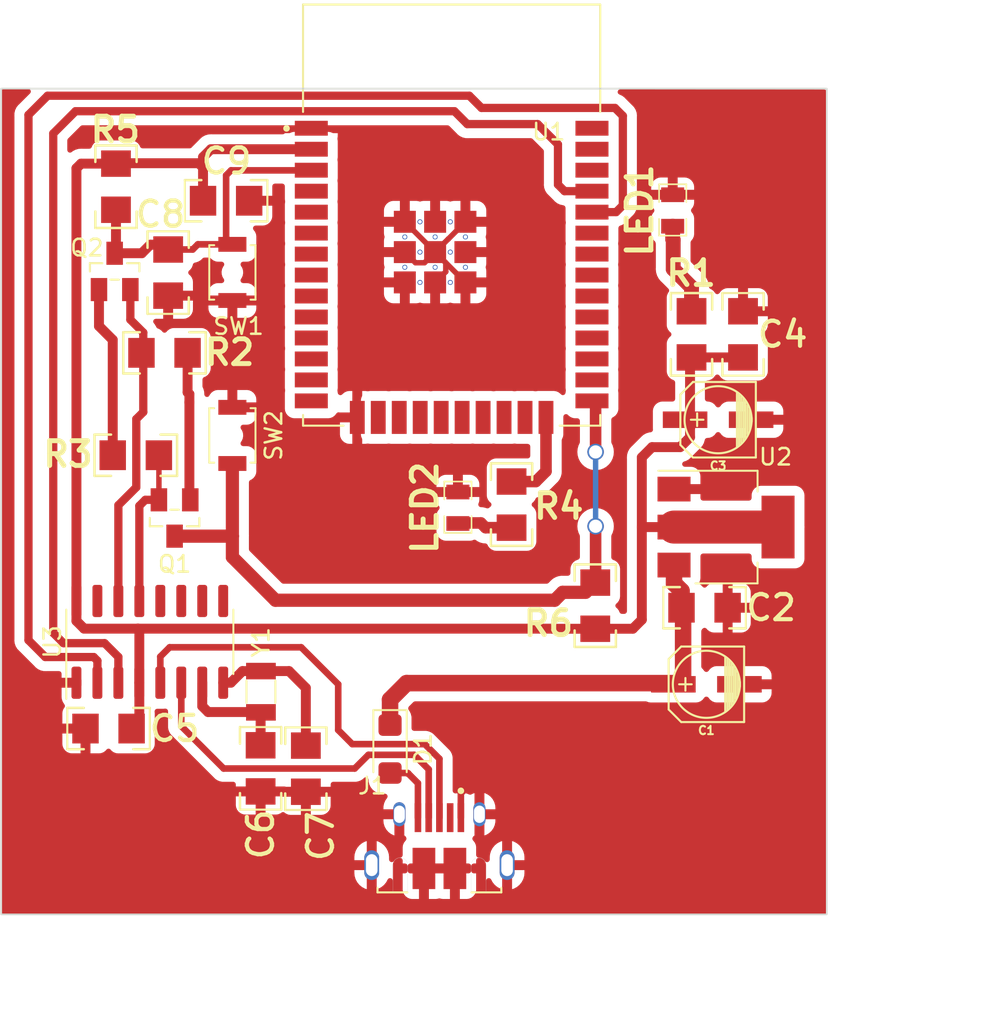
<source format=kicad_pcb>
(kicad_pcb (version 20221018) (generator pcbnew)
  (layers (0 "F.Cu" signal) (31 "B.Cu" signal) (34 "B.Paste" user) (35 "F.Paste" user) (36 "B.SilkS" user "B.Silkscreen") (37 "F.SilkS" user "F.Silkscreen") (38 "B.Mask" user) (39 "F.Mask" user) (44 "Edge.Cuts" user))
  (net 0 "")
  (net 1 "+5V")
  (net 2 "GND")
  (net 3 "+3V3")
  (net 4 "/EN")
  (net 5 "Net-(U3-XI)")
  (net 6 "Net-(U3-XO)")
  (net 7 "Net-(D1-A)")
  (net 8 "/D-")
  (net 9 "/D+")
  (net 11 "Net-(LED1-A)")
  (net 12 "Net-(LED2-A)")
  (net 13 "/RTS")
  (net 14 "Net-(Q1-PadB)")
  (net 15 "/DTR")
  (net 16 "Net-(Q2-PadB)")
  (net 17 "/IO2")
  (net 18 "/IO0")
  (net 44 "/RXD0")
  (net 45 "/TXD0")
  (footprint "Package_SO:SOIC-16_3.9x9.9mm_P1.27mm" (layer "F.Cu") (at 129 113.5 90)
    (fp_text reference "U3" (at 0 -5.9 90) (layer "F.SilkS"))
    (fp_text value "CH340G")
    (pad "1" smd roundrect (at -2.475 -4.445 90) (size 1.95 0.6) (layers "F.Cu" "F.Paste" "F.Mask") (net 2 "GND"))
    (pad "2" smd roundrect (at -2.475 -3.175 90) (size 1.95 0.6) (layers "F.Cu" "F.Paste" "F.Mask") (net 44 "/RXD0"))
    (pad "3" smd roundrect (at -2.475 -1.905 90) (size 1.95 0.6) (layers "F.Cu" "F.Paste" "F.Mask") (net 45 "/TXD0"))
    (pad "4" smd roundrect (at -2.475 -0.635 90) (size 1.95 0.6) (layers "F.Cu" "F.Paste" "F.Mask") (net 3 "+3V3"))
    (pad "5" smd roundrect (at -2.475 0.635 90) (size 1.95 0.6) (layers "F.Cu" "F.Paste" "F.Mask") (net 9 "/D+"))
    (pad "6" smd roundrect (at -2.475 1.905 90) (size 1.95 0.6) (layers "F.Cu" "F.Paste" "F.Mask") (net 8 "/D-"))
    (pad "7" smd roundrect (at -2.475 3.175 90) (size 1.95 0.6) (layers "F.Cu" "F.Paste" "F.Mask") (net 5 "Net-(U3-XI)"))
    (pad "8" smd roundrect (at -2.475 4.445 90) (size 1.95 0.6) (layers "F.Cu" "F.Paste" "F.Mask") (net 6 "Net-(U3-XO)"))
    (pad "9" smd roundrect (at 2.475 4.445 90) (size 1.95 0.6) (layers "F.Cu" "F.Paste" "F.Mask"))
    (pad "10" smd roundrect (at 2.475 3.175 90) (size 1.95 0.6) (layers "F.Cu" "F.Paste" "F.Mask"))
    (pad "11" smd roundrect (at 2.475 1.905 90) (size 1.95 0.6) (layers "F.Cu" "F.Paste" "F.Mask"))
    (pad "12" smd roundrect (at 2.475 0.635 90) (size 1.95 0.6) (layers "F.Cu" "F.Paste" "F.Mask"))
    (pad "13" smd roundrect (at 2.475 -0.635 90) (size 1.95 0.6) (layers "F.Cu" "F.Paste" "F.Mask") (net 15 "/DTR"))
    (pad "14" smd roundrect (at 2.475 -1.905 90) (size 1.95 0.6) (layers "F.Cu" "F.Paste" "F.Mask") (net 13 "/RTS"))
    (pad "15" smd roundrect (at 2.475 -3.175 90) (size 1.95 0.6) (layers "F.Cu" "F.Paste" "F.Mask"))
    (pad "16" smd roundrect (at 2.475 -4.445 90) (size 1.95 0.6) (layers "F.Cu" "F.Paste" "F.Mask") (net 3 "+3V3"))
  )
  (footprint "EESTN5:R_1206" (layer "F.Cu") (at 150.91 105.19 90)
    (fp_text reference "R4" (at -0.1 2.86 180) (layer "F.SilkS") (effects (font (size 1.5 1.5) (thickness 0.3))))
    (fp_text value "220" hide)
    (pad "1" smd rect (at 1.397 0 90) (size 1.6002 1.8034) (layers "F.Cu" "F.Paste" "F.Mask") (net 17 "/IO2"))
    (pad "2" smd rect (at -1.397 0 90) (size 1.6002 1.8034) (layers "F.Cu" "F.Paste" "F.Mask") (net 12 "Net-(LED2-A)"))
  )
  (footprint "Package_TO_SOT_SMD:SOT-223-3_TabPin2" (layer "F.Cu") (at 163.9 106.55)
    (fp_text reference "U2" (at 3 -4.24752) (layer "F.SilkS"))
    (fp_text value "AMS1117-3.3")
    (pad "1" smd rect (at -3.15 -2.3) (size 2 1.5) (layers "F.Cu" "F.Paste" "F.Mask") (net 2 "GND"))
    (pad "2" smd rect (at -3.15 0) (size 2 1.5) (layers "F.Cu" "F.Paste" "F.Mask") (net 3 "+3V3"))
    (pad "2" smd rect (at 3.15 0) (size 2 3.8) (layers "F.Cu" "F.Paste" "F.Mask") (net 3 "+3V3"))
    (pad "3" smd rect (at -3.15 2.3) (size 2 1.5) (layers "F.Cu" "F.Paste" "F.Mask") (net 1 "+5V"))
  )
  (footprint "EESTN5:C_1206" (layer "F.Cu") (at 130.11 91.14 90)
    (fp_text reference "C8" (at 3.53 -0.46 180) (layer "F.SilkS") (effects (font (size 1.524 1.524) (thickness 0.254))))
    (fp_text value "100nF" hide)
    (pad "1" smd rect (at 1.397 0 90) (size 1.6002 1.8034) (layers "F.Cu" "F.Paste" "F.Mask") (net 4 "/EN"))
    (pad "2" smd rect (at -1.397 0 90) (size 1.6002 1.8034) (layers "F.Cu" "F.Paste" "F.Mask") (net 2 "GND"))
  )
  (footprint "EESTN5:C_1206" (layer "F.Cu") (at 164.93 94.88 -90)
    (fp_text reference "C4" (at 0 -2.4) (layer "F.SilkS") (effects (font (size 1.524 1.524) (thickness 0.254))))
    (fp_text value "100nF" hide)
    (pad "1" smd rect (at 1.397 0 270) (size 1.6002 1.8034) (layers "F.Cu" "F.Paste" "F.Mask") (net 3 "+3V3"))
    (pad "2" smd rect (at -1.397 0 270) (size 1.6002 1.8034) (layers "F.Cu" "F.Paste" "F.Mask") (net 2 "GND"))
  )
  (footprint "SS8050:SOT-23_BEC" (layer "F.Cu") (at 130.5 106 180)
    (fp_text reference "Q1" (at 0 -2.794) (layer "F.SilkS"))
    (fp_text value "S8050")
    (pad "B" smd rect (at -0.95 1.1 180) (size 1 1.4) (layers "F.Cu" "F.Paste" "F.Mask") (net 14 "Net-(Q1-PadB)"))
    (pad "C" smd rect (at 0 -1.1 180) (size 1 1.4) (layers "F.Cu" "F.Paste" "F.Mask") (net 18 "/IO0"))
    (pad "E" smd rect (at 0.95 1.1 180) (size 1 1.4) (layers "F.Cu" "F.Paste" "F.Mask") (net 15 "/DTR"))
  )
  (footprint "Button_Switch_SMD:SW_SPST_B3U-1000P-B" (layer "F.Cu") (at 134 101 -90)
    (fp_text reference "SW2" (at 0 -2.5 90) (layer "F.SilkS"))
    (fp_text value "BOOT")
    (pad "" np_thru_hole circle (at 0 0 270) (size 0.8 0.8) (drill 0.8) (layers "*.Cu" "*.Mask"))
    (pad "1" smd rect (at -1.7 0 270) (size 0.9 1.7) (layers "F.Cu" "F.Paste" "F.Mask") (net 2 "GND"))
    (pad "2" smd rect (at 1.7 0 270) (size 0.9 1.7) (layers "F.Cu" "F.Paste" "F.Mask") (net 18 "/IO0"))
  )
  (footprint "EESTN5:R_1206" (layer "F.Cu") (at 126.95 85.94 -90)
    (fp_text reference "R5" (at -3.45 0.04) (layer "F.SilkS") (effects (font (size 1.5 1.5) (thickness 0.3))))
    (fp_text value "10K" hide)
    (pad "1" smd rect (at 1.397 0 270) (size 1.6002 1.8034) (layers "F.Cu" "F.Paste" "F.Mask") (net 4 "/EN"))
    (pad "2" smd rect (at -1.397 0 270) (size 1.6002 1.8034) (layers "F.Cu" "F.Paste" "F.Mask") (net 3 "+3V3"))
  )
  (footprint "EESTN5:C_1206" (layer "F.Cu") (at 135.71 121.16 90)
    (fp_text reference "C6" (at -4 0 90) (layer "F.SilkS") (effects (font (size 1.524 1.524) (thickness 0.254))))
    (fp_text value "22pF" hide)
    (pad "1" smd rect (at 1.397 0 90) (size 1.6002 1.8034) (layers "F.Cu" "F.Paste" "F.Mask") (net 5 "Net-(U3-XI)"))
    (pad "2" smd rect (at -1.397 0 90) (size 1.6002 1.8034) (layers "F.Cu" "F.Paste" "F.Mask") (net 2 "GND"))
  )
  (footprint "EESTN5:R_0805" (layer "F.Cu") (at 160.67 87.38 90)
    (fp_text reference "LED1" (at 0 -2 90) (layer "F.SilkS") (effects (font (size 1.5 1.5) (thickness 0.3))))
    (fp_text value "2V" hide)
    (pad "1" smd rect (at -0.9525 0 90) (size 0.889 1.397) (layers "F.Cu" "F.Paste" "F.Mask") (net 11 "Net-(LED1-A)"))
    (pad "2" smd rect (at 0.9525 0 90) (size 0.889 1.397) (layers "F.Cu" "F.Paste" "F.Mask") (net 2 "GND"))
  )
  (footprint "EESTN5:R_1206" (layer "F.Cu") (at 129.89 96 180)
    (fp_text reference "R2" (at -3.94 0.03) (layer "F.SilkS") (effects (font (size 1.5 1.5) (thickness 0.3))))
    (fp_text value "10K" hide)
    (pad "1" smd rect (at 1.397 0 180) (size 1.6002 1.8034) (layers "F.Cu" "F.Paste" "F.Mask") (net 13 "/RTS"))
    (pad "2" smd rect (at -1.397 0 180) (size 1.6002 1.8034) (layers "F.Cu" "F.Paste" "F.Mask") (net 14 "Net-(Q1-PadB)"))
  )
  (footprint "EESTN5:C_1206" (layer "F.Cu") (at 126.5 118.75)
    (fp_text reference "C5" (at 4 0) (layer "F.SilkS") (effects (font (size 1.524 1.524) (thickness 0.254))))
    (fp_text value "100nF" hide)
    (pad "1" smd rect (at 1.397 0) (size 1.6002 1.8034) (layers "F.Cu" "F.Paste" "F.Mask") (net 3 "+3V3"))
    (pad "2" smd rect (at -1.397 0) (size 1.6002 1.8034) (layers "F.Cu" "F.Paste" "F.Mask") (net 2 "GND"))
  )
  (footprint "EESTN5:R_1206" (layer "F.Cu") (at 155.98 111.31 90)
    (fp_text reference "R6" (at -1.07 -2.84 180) (layer "F.SilkS") (effects (font (size 1.5 1.5) (thickness 0.3))))
    (fp_text value "10K" hide)
    (pad "1" smd rect (at 1.397 0 90) (size 1.6002 1.8034) (layers "F.Cu" "F.Paste" "F.Mask") (net 18 "/IO0"))
    (pad "2" smd rect (at -1.397 0 90) (size 1.6002 1.8034) (layers "F.Cu" "F.Paste" "F.Mask") (net 3 "+3V3"))
  )
  (footprint "Diode_SMD:D_SMF" (layer "F.Cu") (at 143.55 119.9925 -90)
    (fp_text reference "D1" (at 0 -2 -270) (layer "F.SilkS"))
    (fp_text value "5V")
    (pad "1" smd roundrect (at -1.45 0 270) (size 1.3 1.4) (layers "F.Cu" "F.Paste" "F.Mask") (roundrect_rratio 0.1923076923) (net 1 "+5V"))
    (pad "2" smd roundrect (at 1.45 0 270) (size 1.3 1.4) (layers "F.Cu" "F.Paste" "F.Mask") (roundrect_rratio 0.1923076923) (net 7 "Net-(D1-A)"))
  )
  (footprint "EESTN5:R_0805" (layer "F.Cu") (at 147.66 105.38 90)
    (fp_text reference "LED2" (at 0 -2 90) (layer "F.SilkS") (effects (font (size 1.5 1.5) (thickness 0.3))))
    (fp_text value "2V" hide)
    (pad "1" smd rect (at -0.9525 0 90) (size 0.889 1.397) (layers "F.Cu" "F.Paste" "F.Mask") (net 12 "Net-(LED2-A)"))
    (pad "2" smd rect (at 0.9525 0 90) (size 0.889 1.397) (layers "F.Cu" "F.Paste" "F.Mask") (net 2 "GND"))
  )
  (footprint "Crystal:Crystal_SMD_3215-2Pin_3.2x1.5mm" (layer "F.Cu") (at 135.73 116.52 -90)
    (fp_text reference "Y1" (at -3 0 90) (layer "F.SilkS"))
    (fp_text value "12Mhz")
    (pad "1" smd rect (at 1.25 0 270) (size 1 1.8) (layers "F.Cu" "F.Paste" "F.Mask") (net 5 "Net-(U3-XI)"))
    (pad "2" smd rect (at -1.25 0 270) (size 1 1.8) (layers "F.Cu" "F.Paste" "F.Mask") (net 6 "Net-(U3-XO)"))
  )
  (footprint "EESTN5:CAP_ELEC_SMD_4X5.5" (layer "F.Cu") (at 163.42 100.05 180)
    (fp_text reference "C3" (at 0 -2.794) (layer "F.SilkS") (effects (font (size 0.50038 0.50038) (thickness 0.11938))))
    (fp_text value "10uF" hide)
    (pad "1" smd rect (at 2 0 180) (size 2.7 1) (layers "F.Cu" "F.Paste" "F.Mask") (net 3 "+3V3"))
    (pad "2" smd rect (at -2 0 180) (size 2.7 1) (layers "F.Cu" "F.Paste" "F.Mask") (net 2 "GND"))
  )
  (footprint "EESTN5:CAP_ELEC_SMD_4X5.5" (layer "F.Cu") (at 162.71 116.07 180)
    (fp_text reference "C1" (at 0 -2.794) (layer "F.SilkS") (effects (font (size 0.50038 0.50038) (thickness 0.11938))))
    (fp_text value "10uF" hide)
    (pad "1" smd rect (at 2 0 180) (size 2.7 1) (layers "F.Cu" "F.Paste" "F.Mask") (net 1 "+5V"))
    (pad "2" smd rect (at -2 0 180) (size 2.7 1) (layers "F.Cu" "F.Paste" "F.Mask") (net 2 "GND"))
  )
  (footprint "EESTN5:R_1206" (layer "F.Cu") (at 128.15 102.2)
    (fp_text reference "R3" (at -4.11 -0.06) (layer "F.SilkS") (effects (font (size 1.5 1.5) (thickness 0.3))))
    (fp_text value "10K" hide)
    (pad "1" smd rect (at 1.397 0) (size 1.6002 1.8034) (layers "F.Cu" "F.Paste" "F.Mask") (net 15 "/DTR"))
    (pad "2" smd rect (at -1.397 0) (size 1.6002 1.8034) (layers "F.Cu" "F.Paste" "F.Mask") (net 16 "Net-(Q2-PadB)"))
  )
  (footprint "MICROUSB FOOT:AMPHENOL_10103592-0001LF" (layer "F.Cu") (at 146.54 127.02)
    (fp_text reference "J1" (at -4.0625 -4.8) (layer "F.SilkS"))
    (fp_text value "Micro USB")
    (fp_line (start -2.825 1.65) (end -2.825 0) (stroke (width 0.01)) (layer "Edge.Cuts"))
    (fp_line (start -1.925 0) (end -1.925 1.65) (stroke (width 0.01)) (layer "Edge.Cuts"))
    (fp_line (start 1.925 0) (end 1.925 1.65) (stroke (width 0.01)) (layer "Edge.Cuts"))
    (fp_line (start 2.825 1.65) (end 2.825 0) (stroke (width 0.01)) (layer "Edge.Cuts"))
    (fp_arc (start -2.825 0) (mid -2.693198 -0.318198) (end -2.375 -0.45) (stroke (width 0.01)) (layer "Edge.Cuts"))
    (fp_arc (start -2.375 -0.45) (mid -2.056802 -0.318198) (end -1.925 0) (stroke (width 0.01)) (layer "Edge.Cuts"))
    (fp_arc (start 1.925 0) (mid 2.056802 -0.318198) (end 2.375 -0.45) (stroke (width 0.01)) (layer "Edge.Cuts"))
    (fp_arc (start 2.375 -0.45) (mid 2.693198 -0.318198) (end 2.825 0) (stroke (width 0.01)) (layer "Edge.Cuts"))
    (pad "1" smd rect (at -1.3 -2.875) (size 0.4 1.75) (layers "F.Cu" "F.Paste" "F.Mask") (net 7 "Net-(D1-A)"))
    (pad "2" smd rect (at -0.65 -2.875) (size 0.4 1.75) (layers "F.Cu" "F.Paste" "F.Mask") (net 8 "/D-"))
    (pad "3" smd rect (at 0 -2.875) (size 0.4 1.75) (layers "F.Cu" "F.Paste" "F.Mask") (net 9 "/D+"))
    (pad "4" smd rect (at 0.65 -2.875) (size 0.4 1.75) (layers "F.Cu" "F.Paste" "F.Mask"))
    (pad "5" smd rect (at 1.3 -2.875) (size 0.4 1.75) (layers "F.Cu" "F.Paste" "F.Mask") (net 2 "GND"))
    (pad "S1" thru_hole oval (at -4.1 0) (size 0.9 1.8) (drill oval 0.7 1.326023) (layers "*.Cu" "*.Mask") (net 2 "GND"))
    (pad "S3" thru_hole oval (at 4.1 0) (size 0.9 1.8) (drill oval 0.7 1.326023) (layers "*.Cu" "*.Mask") (net 2 "GND"))
    (pad "S4" thru_hole oval (at 2.425 -3.08) (size 0.73 1.46) (drill oval 0.65 1.05) (layers "*.Cu" "*.Mask") (net 2 "GND"))
    (pad "S5" thru_hole oval (at -2.425 -3.08) (size 0.73 1.46) (drill oval 0.65 1.05) (layers "*.Cu" "*.Mask") (net 2 "GND"))
    (pad "S5" smd rect (at -0.9375 0.2) (size 1.375 2.5) (layers "F.Cu" "F.Paste" "F.Mask") (net 2 "GND"))
    (pad "S6" smd rect (at 0.9375 0.2) (size 1.375 2.5) (layers "F.Cu" "F.Paste" "F.Mask") (net 2 "GND"))
  )
  (footprint "EESTN5:C_1206" (layer "F.Cu") (at 138.45 121.18 90)
    (fp_text reference "C7" (at -4.08 0.89 90) (layer "F.SilkS") (effects (font (size 1.524 1.524) (thickness 0.254))))
    (fp_text value "22pF" hide)
    (pad "1" smd rect (at 1.397 0 90) (size 1.6002 1.8034) (layers "F.Cu" "F.Paste" "F.Mask") (net 6 "Net-(U3-XO)"))
    (pad "2" smd rect (at -1.397 0 90) (size 1.6002 1.8034) (layers "F.Cu" "F.Paste" "F.Mask") (net 2 "GND"))
  )
  (footprint "EESTN5:C_1206" (layer "F.Cu") (at 162.6 111.434 180)
    (fp_text reference "C2" (at -4.03 0 180) (layer "F.SilkS") (effects (font (size 1.524 1.524) (thickness 0.254))))
    (fp_text value "100nF" hide)
    (pad "1" smd rect (at 1.397 0 180) (size 1.6002 1.8034) (layers "F.Cu" "F.Paste" "F.Mask") (net 1 "+5V"))
    (pad "2" smd rect (at -1.397 0 180) (size 1.6002 1.8034) (layers "F.Cu" "F.Paste" "F.Mask") (net 2 "GND"))
  )
  (footprint "EESTN5:C_1206" (layer "F.Cu") (at 133.62 86.79)
    (fp_text reference "C9" (at 0.02 -2.4) (layer "F.SilkS") (effects (font (size 1.524 1.524) (thickness 0.254))))
    (fp_text value "100nF" hide)
    (pad "1" smd rect (at 1.397 0) (size 1.6002 1.8034) (layers "F.Cu" "F.Paste" "F.Mask") (net 2 "GND"))
    (pad "2" smd rect (at -1.397 0) (size 1.6002 1.8034) (layers "F.Cu" "F.Paste" "F.Mask") (net 3 "+3V3"))
  )
  (footprint "Button_Switch_SMD:SW_SPST_B3U-1000P-B" (layer "F.Cu") (at 134 91.13 90)
    (fp_text reference "SW1" (at -3.26 0.37 180) (layer "F.SilkS"))
    (fp_text value "EN")
    (pad "" np_thru_hole circle (at 0 0 90) (size 0.8 0.8) (drill 0.8) (layers "*.Cu" "*.Mask"))
    (pad "1" smd rect (at -1.7 0 90) (size 0.9 1.7) (layers "F.Cu" "F.Paste" "F.Mask") (net 2 "GND"))
    (pad "2" smd rect (at 1.7 0 90) (size 0.9 1.7) (layers "F.Cu" "F.Paste" "F.Mask") (net 4 "/EN"))
  )
  (footprint "SS8050:SOT-23_BEC" (layer "F.Cu") (at 126.87 91.07)
    (fp_text reference "Q2" (at -1.68 -1.43) (layer "F.SilkS"))
    (fp_text value "S8050")
    (pad "B" smd rect (at -0.95 1.1) (size 1 1.4) (layers "F.Cu" "F.Paste" "F.Mask") (net 16 "Net-(Q2-PadB)"))
    (pad "C" smd rect (at 0 -1.1) (size 1 1.4) (layers "F.Cu" "F.Paste" "F.Mask") (net 4 "/EN"))
    (pad "E" smd rect (at 0.95 1.1) (size 1 1.4) (layers "F.Cu" "F.Paste" "F.Mask") (net 13 "/RTS"))
  )
  (footprint "EESTN5:R_1206" (layer "F.Cu") (at 161.81 94.88 -90)
    (fp_text reference "R1" (at -3.7 0.03) (layer "F.SilkS") (effects (font (size 1.5 1.5) (thickness 0.3))))
    (fp_text value "220" hide)
    (pad "1" smd rect (at 1.397 0 270) (size 1.6002 1.8034) (layers "F.Cu" "F.Paste" "F.Mask") (net 3 "+3V3"))
    (pad "2" smd rect (at -1.397 0 270) (size 1.6002 1.8034) (layers "F.Cu" "F.Paste" "F.Mask") (net 11 "Net-(LED1-A)"))
  )
  (footprint "ESP32-WROOM-32D:MODULE_ESP32-WROOM-32D" (layer "F.Cu") (at 147.28 87.66)
    (fp_text reference "U1" (at 5.88 -5.04) (layer "F.SilkS"))
    (fp_text value "ESP32-WROOM-32E")
    (pad "1" smd rect (at -8.5 -5.26) (size 2 0.9) (layers "F.Cu" "F.Paste" "F.Mask") (net 2 "GND"))
    (pad "1" smd rect (at -2.835 0.405) (size 1.33 1.33) (layers "F.Cu" "F.Paste" "F.Mask") (net 2 "GND"))
    (pad "1" smd rect (at -2.835 2.24) (size 1.33 1.33) (layers "F.Cu" "F.Paste" "F.Mask") (net 2 "GND"))
    (pad "1" smd rect (at -2.835 4.075) (size 1.33 1.33) (layers "F.Cu" "F.Paste" "F.Mask") (net 2 "GND"))
    (pad "1" smd rect (at -1 0.405) (size 1.33 1.33) (layers "F.Cu" "F.Paste" "F.Mask") (net 2 "GND"))
    (pad "1" smd rect (at -1 2.24) (size 1.33 1.33) (layers "F.Cu" "F.Paste" "F.Mask") (net 2 "GND"))
    (pad "1" smd rect (at -1 4.075) (size 1.33 1.33) (layers "F.Cu" "F.Paste" "F.Mask") (net 2 "GND"))
    (pad "1" smd rect (at 0.835 0.405) (size 1.33 1.33) (layers "F.Cu" "F.Paste" "F.Mask") (net 2 "GND"))
    (pad "1" smd rect (at 0.835 2.24) (size 1.33 1.33) (layers "F.Cu" "F.Paste" "F.Mask") (net 2 "GND"))
    (pad "1" smd rect (at 0.835 4.075) (size 1.33 1.33) (layers "F.Cu" "F.Paste" "F.Mask") (net 2 "GND"))
    (pad "2" smd rect (at -8.5 -3.99) (size 2 0.9) (layers "F.Cu" "F.Paste" "F.Mask") (net 3 "+3V3"))
    (pad "3" smd rect (at -8.5 -2.72) (size 2 0.9) (layers "F.Cu" "F.Paste" "F.Mask") (net 4 "/EN"))
    (pad "4" smd rect (at -8.5 -1.45) (size 2 0.9) (layers "F.Cu" "F.Paste" "F.Mask"))
    (pad "5" smd rect (at -8.5 -0.18) (size 2 0.9) (layers "F.Cu" "F.Paste" "F.Mask"))
    (pad "6" smd rect (at -8.5 1.09) (size 2 0.9) (layers "F.Cu" "F.Paste" "F.Mask"))
    (pad "7" smd rect (at -8.5 2.36) (size 2 0.9) (layers "F.Cu" "F.Paste" "F.Mask"))
    (pad "8" smd rect (at -8.5 3.63) (size 2 0.9) (layers "F.Cu" "F.Paste" "F.Mask"))
    (pad "9" smd rect (at -8.5 4.9) (size 2 0.9) (layers "F.Cu" "F.Paste" "F.Mask"))
    (pad "10" smd rect (at -8.5 6.17) (size 2 0.9) (layers "F.Cu" "F.Paste" "F.Mask"))
    (pad "11" smd rect (at -8.5 7.44) (size 2 0.9) (layers "F.Cu" "F.Paste" "F.Mask"))
    (pad "12" smd rect (at -8.5 8.71) (size 2 0.9) (layers "F.Cu" "F.Paste" "F.Mask"))
    (pad "13" smd rect (at -8.5 9.98) (size 2 0.9) (layers "F.Cu" "F.Paste" "F.Mask"))
    (pad "14" smd rect (at -8.5 11.25) (size 2 0.9) (layers "F.Cu" "F.Paste" "F.Mask"))
    (pad "15" smd rect (at -5.715 12.25) (size 0.9 2) (layers "F.Cu" "F.Paste" "F.Mask") (net 2 "GND"))
    (pad "16" smd rect (at -4.445 12.25) (size 0.9 2) (layers "F.Cu" "F.Paste" "F.Mask"))
    (pad "17" smd rect (at -3.175 12.25) (size 0.9 2) (layers "F.Cu" "F.Paste" "F.Mask"))
    (pad "18" smd rect (at -1.905 12.25) (size 0.9 2) (layers "F.Cu" "F.Paste" "F.Mask"))
    (pad "19" smd rect (at -0.635 12.25) (size 0.9 2) (layers "F.Cu" "F.Paste" "F.Mask"))
    (pad "20" smd rect (at 0.635 12.25) (size 0.9 2) (layers "F.Cu" "F.Paste" "F.Mask"))
    (pad "21" smd rect (at 1.905 12.25) (size 0.9 2) (layers "F.Cu" "F.Paste" "F.Mask"))
    (pad "22" smd rect (at 3.175 12.25) (size 0.9 2) (layers "F.Cu" "F.Paste" "F.Mask"))
    (pad "23" smd rect (at 4.445 12.25) (size 0.9 2) (layers "F.Cu" "F.Paste" "F.Mask"))
    (pad "24" smd rect (at 5.715 12.25) (size 0.9 2) (layers "F.Cu" "F.Paste" "F.Mask") (net 17 "/IO2"))
    (pad "25" smd rect (at 8.5 11.25) (size 2 0.9) (layers "F.Cu" "F.Paste" "F.Mask") (net 18 "/IO0"))
    (pad "26" smd rect (at 8.5 9.98) (size 2 0.9) (layers "F.Cu" "F.Paste" "F.Mask"))
    (pad "27" smd rect (at 8.5 8.71) (size 2 0.9) (layers "F.Cu" "F.Paste" "F.Mask"))
    (pad "28" smd rect (at 8.5 7.44) (size 2 0.9) (layers "F.Cu" "F.Paste" "F.Mask"))
    (pad "29" smd rect (at 8.5 6.17) (size 2 0.9) (layers "F.Cu" "F.Paste" "F.Mask"))
    (pad "30" smd rect (at 8.5 4.9) (size 2 0.9) (layers "F.Cu" "F.Paste" "F.Mask"))
    (pad "31" smd rect (at 8.5 3.63) (size 2 0.9) (layers "F.Cu" "F.Paste" "F.Mask"))
    (pad "32" smd rect (at 8.5 2.36) (size 2 0.9) (layers "F.Cu" "F.Paste" "F.Mask"))
    (pad "33" smd rect (at 8.5 1.09) (size 2 0.9) (layers "F.Cu" "F.Paste" "F.Mask"))
    (pad "34" smd rect (at 8.5 -0.18) (size 2 0.9) (layers "F.Cu" "F.Paste" "F.Mask") (net 44 "/RXD0"))
    (pad "35" smd rect (at 8.5 -1.45) (size 2 0.9) (layers "F.Cu" "F.Paste" "F.Mask") (net 45 "/TXD0"))
    (pad "36" smd rect (at 8.5 -2.72) (size 2 0.9) (layers "F.Cu" "F.Paste" "F.Mask"))
    (pad "37" smd rect (at 8.5 -3.99) (size 2 0.9) (layers "F.Cu" "F.Paste" "F.Mask"))
    (pad "38" smd rect (at 8.5 -5.26) (size 2 0.9) (layers "F.Cu" "F.Paste" "F.Mask"))
    (pad "39_10" thru_hole circle (at -1.9175 0.405) (size 0.3 0.3) (drill 0.2) (layers "*.Cu" "*.Mask"))
    (pad "39_11" thru_hole circle (at -0.0825 0.405) (size 0.3 0.3) (drill 0.2) (layers "*.Cu" "*.Mask"))
    (pad "39_12" thru_hole circle (at -2.835 1.3225) (size 0.3 0.3) (drill 0.2) (layers "*.Cu" "*.Mask"))
    (pad "39_13" thru_hole circle (at -1 1.3225) (size 0.3 0.3) (drill 0.2) (layers "*.Cu" "*.Mask"))
    (pad "39_14" thru_hole circle (at 0.835 1.3225) (size 0.3 0.3) (drill 0.2) (layers "*.Cu" "*.Mask"))
    (pad "39_15" thru_hole circle (at -1.9175 2.24) (size 0.3 0.3) (drill 0.2) (layers "*.Cu" "*.Mask"))
    (pad "39_16" thru_hole circle (at -0.0825 2.24) (size 0.3 0.3) (drill 0.2) (layers "*.Cu" "*.Mask"))
    (pad "39_17" thru_hole circle (at -2.835 3.1575) (size 0.3 0.3) (drill 0.2) (layers "*.Cu" "*.Mask"))
    (pad "39_18" thru_hole circle (at -1 3.1575) (size 0.3 0.3) (drill 0.2) (layers "*.Cu" "*.Mask"))
    (pad "39_19" thru_hole circle (at 0.835 3.1575) (size 0.3 0.3) (drill 0.2) (layers "*.Cu" "*.Mask"))
    (pad "39_20" thru_hole circle (at -1.9175 4.075) (size 0.3 0.3) (drill 0.2) (layers "*.Cu" "*.Mask"))
    (pad "39_21" thru_hole circle (at -0.0825 4.075) (size 0.3 0.3) (drill 0.2) (layers "*.Cu" "*.Mask"))
  )
  (gr_rect (start 120 80) (end 170 130) (stroke (width 0.1)) (fill none) (layer "Edge.Cuts"))
  (segment (start 143.55 117) (end 143.55 118.5425) (width 1) (layer "F.Cu") (net 1))
  (segment (start 161.203 111.434) (end 161.3 111.531) (width 1) (layer "F.Cu") (net 1))
  (segment (start 160.75 109.96) (end 160.75 108.85) (width 1) (layer "F.Cu") (net 1))
  (segment (start 161.203 110.413) (end 160.75 109.96) (width 1) (layer "F.Cu") (net 1))
  (segment (start 161.134 116) (end 144.55 116) (width 1) (layer "F.Cu") (net 1))
  (segment (start 161.3 115.834) (end 161.134 116) (width 1) (layer "F.Cu") (net 1))
  (segment (start 161.3 111.531) (end 161.3 115.834) (width 1) (layer "F.Cu") (net 1))
  (segment (start 161.203 111.434) (end 161.203 110.413) (width 1) (layer "F.Cu") (net 1))
  (segment (start 144.55 116) (end 143.55 117) (width 1) (layer "F.Cu") (net 1))
  (segment (start 148.115 88.070332) (end 148.115 88.065) (width 0.33) (layer "F.Cu") (net 2))
  (segment (start 146.925 91.09) (end 146.28 91.735) (width 0.33) (layer "F.Cu") (net 2))
  (segment (start 146.925 90.545) (end 146.925 91.09) (width 0.33) (layer "F.Cu") (net 2))
  (segment (start 146.28 89.9) (end 144.445 88.065) (width 0.33) (layer "F.Cu") (net 2))
  (segment (start 147.075332 89.11) (end 148.115 88.070332) (width 0.33) (layer "F.Cu") (net 2))
  (segment (start 147.07 89.11) (end 147.075332 89.11) (width 0.33) (layer "F.Cu") (net 2))
  (segment (start 145.635 90.545) (end 145.09 90.545) (width 0.33) (layer "F.Cu") (net 2))
  (segment (start 146.28 89.9) (end 146.925 90.545) (width 0.33) (layer "F.Cu") (net 2))
  (segment (start 146.28 89.9) (end 145.635 90.545) (width 0.33) (layer "F.Cu") (net 2))
  (segment (start 145.09 90.545) (end 144.445 89.9) (width 0.33) (layer "F.Cu") (net 2))
  (segment (start 148 126.96395) (end 148.03605 126.96395) (width 0.25) (layer "F.Cu") (net 2))
  (segment (start 146.28 89.9) (end 147.07 89.11) (width 0.33) (layer "F.Cu") (net 2))
  (segment (start 147.88895 127.075) (end 148 126.96395) (width 0.25) (layer "F.Cu") (net 2))
  (segment (start 146.28 89.9) (end 148.115 91.735) (width 0.33) (layer "F.Cu") (net 2))
  (segment (start 147.84 122.67) (end 148.29 122.22) (width 0.4) (layer "F.Cu") (net 2))
  (segment (start 147.4375 127.075) (end 147.88895 127.075) (width 0.25) (layer "F.Cu") (net 2))
  (segment (start 147.84 124.145) (end 147.84 122.67) (width 0.4) (layer "F.Cu") (net 2))
  (segment (start 126.95 84.543) (end 126.973 84.52) (width 0.6) (layer "F.Cu") (net 3))
  (segment (start 132.223 86.79) (end 132.223 84.777) (width 0.6) (layer "F.Cu") (net 3))
  (segment (start 158.8 112.16) (end 158.8 106.55) (width 0.6) (layer "F.Cu") (net 3))
  (segment (start 155.98 112.707) (end 158.253 112.707) (width 0.6) (layer "F.Cu") (net 3))
  (segment (start 126.95 84.543) (end 124.837 84.543) (width 0.6) (layer "F.Cu") (net 3))
  (segment (start 161.72 100.52) (end 161.74 100.5) (width 0.6) (layer "F.Cu") (net 3))
  (segment (start 124.555 111.025) (end 124.555 112.235) (width 0.6) (layer "F.Cu") (net 3))
  (segment (start 124.837 84.543) (end 124.555 84.825) (width 0.6) (layer "F.Cu") (net 3))
  (segment (start 124.555 84.825) (end 124.555 111.025) (width 0.6) (layer "F.Cu") (net 3))
  (segment (start 127.897 118.75) (end 128.365 118.282) (width 0.6) (layer "F.Cu") (net 3))
  (segment (start 132.7 83.67) (end 138.78 83.67) (width 0.6) (layer "F.Cu") (net 3))
  (segment (start 125.02 112.7) (end 128.28 112.7) (width 0.6) (layer "F.Cu") (net 3))
  (segment (start 126.973 84.52) (end 131.966 84.52) (width 0.6) (layer "F.Cu") (net 3))
  (segment (start 161.12 101.71) (end 161.72 101.11) (width 0.6) (layer "F.Cu") (net 3))
  (segment (start 158.253 112.707) (end 158.8 112.16) (width 0.6) (layer "F.Cu") (net 3))
  (segment (start 128.28 112.7) (end 153.36 112.7) (width 0.6) (layer "F.Cu") (net 3))
  (segment (start 128.365 118.282) (end 128.365 115.975) (width 0.6) (layer "F.Cu") (net 3))
  (segment (start 128.365 112.785) (end 128.365 115.975) (width 0.6) (layer "F.Cu") (net 3))
  (segment (start 164.93 96.277) (end 161.81 96.277) (width 0.6) (layer "F.Cu") (net 3))
  (segment (start 132.223 84.777) (end 132.223 84.147) (width 0.6) (layer "F.Cu") (net 3))
  (segment (start 128.28 112.7) (end 128.365 112.785) (width 0.6) (layer "F.Cu") (net 3))
  (segment (start 159.42 101.71) (end 161.12 101.71) (width 0.6) (layer "F.Cu") (net 3))
  (segment (start 153.36 112.7) (end 153.367 112.707) (width 0.6) (layer "F.Cu") (net 3))
  (segment (start 131.966 84.52) (end 132.223 84.777) (width 0.6) (layer "F.Cu") (net 3))
  (segment (start 132.223 84.147) (end 132.7 83.67) (width 0.6) (layer "F.Cu") (net 3))
  (segment (start 161.72 96.367) (end 161.81 96.277) (width 0.6) (layer "F.Cu") (net 3))
  (segment (start 153.367 112.707) (end 155.98 112.707) (width 0.6) (layer "F.Cu") (net 3))
  (segment (start 158.8 106.55) (end 158.8 102.33) (width 0.6) (layer "F.Cu") (net 3))
  (segment (start 160.75 106.55) (end 160.71848 106.58152) (width 0.6) (layer "F.Cu") (net 3))
  (segment (start 167.05 106.55) (end 160.75 106.55) (width 2) (layer "F.Cu") (net 3))
  (segment (start 158.8 102.33) (end 159.42 101.71) (width 0.6) (layer "F.Cu") (net 3))
  (segment (start 161.72 100.52) (end 161.72 96.367) (width 0.6) (layer "F.Cu") (net 3))
  (segment (start 158.8 106.55) (end 160.75 106.55) (width 0.6) (layer "F.Cu") (net 3))
  (segment (start 124.555 112.235) (end 125.02 112.7) (width 0.6) (layer "F.Cu") (net 3))
  (segment (start 161.72 101.11) (end 161.72 100.52) (width 0.6) (layer "F.Cu") (net 3))
  (segment (start 133.92 84.95) (end 133.62 85.25) (width 0.4) (layer "F.Cu") (net 4))
  (segment (start 138.77 84.95) (end 133.92 84.95) (width 0.4) (layer "F.Cu") (net 4))
  (segment (start 131.91 89.43) (end 131.597 89.743) (width 0.4) (layer "F.Cu") (net 4))
  (segment (start 131.597 89.743) (end 130.11 89.743) (width 0.4) (layer "F.Cu") (net 4))
  (segment (start 129.817 89.45) (end 129.03 89.45) (width 0.6) (layer "F.Cu") (net 4))
  (segment (start 138.78 84.94) (end 138.77 84.95) (width 0.4) (layer "F.Cu") (net 4))
  (segment (start 134 89.43) (end 131.91 89.43) (width 0.4) (layer "F.Cu") (net 4))
  (segment (start 128.51 89.97) (end 126.87 89.97) (width 0.6) (layer "F.Cu") (net 4))
  (segment (start 126.95 89.89) (end 126.87 89.97) (width 0.4) (layer "F.Cu") (net 4))
  (segment (start 129.03 89.45) (end 128.51 89.97) (width 0.6) (layer "F.Cu") (net 4))
  (segment (start 126.95 87.337) (end 126.95 89.89) (width 0.6) (layer "F.Cu") (net 4))
  (segment (start 133.62 89.05) (end 134 89.43) (width 0.4) (layer "F.Cu") (net 4))
  (segment (start 133.62 85.25) (end 133.62 89.05) (width 0.4) (layer "F.Cu") (net 4))
  (segment (start 130.11 89.743) (end 129.817 89.45) (width 0.6) (layer "F.Cu") (net 4))
  (segment (start 135.71 117.79) (end 135.73 117.77) (width 0.6) (layer "F.Cu") (net 5))
  (segment (start 135.71 117.75) (end 132.53 117.75) (width 0.6) (layer "F.Cu") (net 5))
  (segment (start 135.73 117.77) (end 135.71 117.75) (width 0.6) (layer "F.Cu") (net 5))
  (segment (start 132.53 117.75) (end 132.175 117.395) (width 0.6) (layer "F.Cu") (net 5))
  (segment (start 132.175 117.395) (end 132.175 115.975) (width 0.6) (layer "F.Cu") (net 5))
  (segment (start 135.71 119.763) (end 135.71 117.79) (width 0.6) (layer "F.Cu") (net 5))
  (segment (start 135.73 115.27) (end 137.43 115.27) (width 0.6) (layer "F.Cu") (net 6))
  (segment (start 137.43 115.27) (end 138.45 116.29) (width 0.6) (layer "F.Cu") (net 6))
  (segment (start 134.61 115.27) (end 135.73 115.27) (width 0.6) (layer "F.Cu") (net 6))
  (segment (start 133.445 115.975) (end 133.905 115.975) (width 0.6) (layer "F.Cu") (net 6))
  (segment (start 138.45 116.29) (end 138.45 119.783) (width 0.6) (layer "F.Cu") (net 6))
  (segment (start 133.905 115.975) (end 134.61 115.27) (width 0.6) (layer "F.Cu") (net 6))
  (segment (start 144.66 121.48) (end 144.63 121.48) (width 0.4) (layer "F.Cu") (net 7))
  (segment (start 145.24 122.06) (end 144.66 121.48) (width 0.4) (layer "F.Cu") (net 7))
  (segment (start 145.24 124.145) (end 145.24 122.06) (width 0.4) (layer "F.Cu") (net 7))
  (segment (start 143.55 121.4425) (end 144.6225 121.4425) (width 0.4) (layer "F.Cu") (net 7))
  (segment (start 144.6225 121.4425) (end 144.66 121.48) (width 0.4) (layer "F.Cu") (net 7))
  (segment (start 145.89 121.22) (end 145.0125 120.3425) (width 0.4) (layer "F.Cu") (net 8))
  (segment (start 130.905 115.975) (end 130.9 115.98) (width 0.4) (layer "F.Cu") (net 8))
  (segment (start 141.41 121.17) (end 133.47 121.17) (width 0.4) (layer "F.Cu") (net 8))
  (segment (start 145.89 124.145) (end 145.89 121.22) (width 0.4) (layer "F.Cu") (net 8))
  (segment (start 133.47 121.17) (end 130.905 118.605) (width 0.4) (layer "F.Cu") (net 8))
  (segment (start 145.0125 120.3425) (end 142.2375 120.3425) (width 0.4) (layer "F.Cu") (net 8))
  (segment (start 130.905 118.605) (end 130.905 115.975) (width 0.4) (layer "F.Cu") (net 8))
  (segment (start 142.2375 120.3425) (end 141.41 121.17) (width 0.4) (layer "F.Cu") (net 8))
  (segment (start 130.2 113.83) (end 129.635 114.395) (width 0.4) (layer "F.Cu") (net 9))
  (segment (start 138.17 113.83) (end 130.2 113.83) (width 0.4) (layer "F.Cu") (net 9))
  (segment (start 141.2625 119.6925) (end 140.41 118.84) (width 0.4) (layer "F.Cu") (net 9))
  (segment (start 140.41 116.07) (end 138.17 113.83) (width 0.4) (layer "F.Cu") (net 9))
  (segment (start 146.54 124.145) (end 146.54 120.58) (width 0.4) (layer "F.Cu") (net 9))
  (segment (start 145.6525 119.6925) (end 141.2625 119.6925) (width 0.4) (layer "F.Cu") (net 9))
  (segment (start 146.54 120.58) (end 145.6525 119.6925) (width 0.4) (layer "F.Cu") (net 9))
  (segment (start 129.635 114.395) (end 129.635 115.975) (width 0.4) (layer "F.Cu") (net 9))
  (segment (start 140.41 118.84) (end 140.41 116.07) (width 0.4) (layer "F.Cu") (net 9))
  (segment (start 160.7 89.15752) (end 160.67 89.12752) (width 0.9) (layer "F.Cu") (net 11))
  (segment (start 161.81 93.483) (end 161.81 92.03) (width 0.9) (layer "F.Cu") (net 11))
  (segment (start 160.7 90.92) (end 160.7 89.15752) (width 0.9) (layer "F.Cu") (net 11))
  (segment (start 161.81 92.03) (end 160.7 90.92) (width 0.9) (layer "F.Cu") (net 11))
  (segment (start 160.67 89.12752) (end 160.67 88.3325) (width 0.9) (layer "F.Cu") (net 11))
  (segment (start 149.337 106.587) (end 149.05 106.3) (width 0.7) (layer "F.Cu") (net 12))
  (segment (start 147.6925 106.3) (end 147.66 106.3325) (width 0.7) (layer "F.Cu") (net 12))
  (segment (start 150.91 106.587) (end 149.337 106.587) (width 0.7) (layer "F.Cu") (net 12))
  (segment (start 149.05 106.3) (end 147.6925 106.3) (width 0.7) (layer "F.Cu") (net 12))
  (segment (start 128.603 99.587) (end 128.603 94.773) (width 0.5) (layer "F.Cu") (net 13))
  (segment (start 128.18 104.14) (end 128.18 100.01) (width 0.5) (layer "F.Cu") (net 13))
  (segment (start 128.18 100.01) (end 128.603 99.587) (width 0.5) (layer "F.Cu") (net 13))
  (segment (start 127.095 105.225) (end 128.18 104.14) (width 0.5) (layer "F.Cu") (net 13))
  (segment (start 127.82 93.99) (end 127.82 92.17) (width 0.5) (layer "F.Cu") (net 13))
  (segment (start 127.095 111.025) (end 127.095 105.225) (width 0.5) (layer "F.Cu") (net 13))
  (segment (start 128.603 94.773) (end 127.82 93.99) (width 0.5) (layer "F.Cu") (net 13))
  (segment (start 131.397 98.5) (end 131.397 99) (width 0.6) (layer "F.Cu") (net 14))
  (segment (start 131.397 99) (end 131.397 104.847) (width 0.6) (layer "F.Cu") (net 14))
  (segment (start 131.397 98.5) (end 131.287 98.39) (width 0.6) (layer "F.Cu") (net 14))
  (segment (start 131.397 104.847) (end 131.45 104.9) (width 0.6) (layer "F.Cu") (net 14))
  (segment (start 131.287 98.39) (end 131.287 96) (width 0.6) (layer "F.Cu") (net 14))
  (segment (start 129.55 104.9) (end 129.55 102.55) (width 0.33) (layer "F.Cu") (net 15))
  (segment (start 128.365 111.025) (end 128.365 105.265) (width 0.5) (layer "F.Cu") (net 15))
  (segment (start 129.55 102.55) (end 129.5 102.5) (width 0.33) (layer "F.Cu") (net 15))
  (segment (start 128.73 104.9) (end 129.55 104.9) (width 0.5) (layer "F.Cu") (net 15))
  (segment (start 128.365 105.265) (end 128.73 104.9) (width 0.5) (layer "F.Cu") (net 15))
  (segment (start 126.706 102.5) (end 126.753 102.453) (width 0.6) (layer "F.Cu") (net 16))
  (segment (start 125.92 94.38) (end 125.92 92.17) (width 0.6) (layer "F.Cu") (net 16))
  (segment (start 126.753 102.453) (end 126.753 95.213) (width 0.6) (layer "F.Cu") (net 16))
  (segment (start 126.753 95.213) (end 125.92 94.38) (width 0.6) (layer "F.Cu") (net 16))
  (segment (start 152.995 99.91) (end 152.995 103.175) (width 0.7) (layer "F.Cu") (net 17))
  (segment (start 152.995 103.175) (end 152.377 103.793) (width 0.7) (layer "F.Cu") (net 17))
  (segment (start 152.377 103.793) (end 150.91 103.793) (width 0.7) (layer "F.Cu") (net 17))
  (segment (start 155.78 98.91) (end 156 99.13) (width 0.7) (layer "F.Cu") (net 18))
  (segment (start 155.98 109.913) (end 155.393 110.5) (width 0.8) (layer "F.Cu") (net 18))
  (segment (start 134 108.37) (end 134 107.1) (width 0.8) (layer "F.Cu") (net 18))
  (segment (start 155.393 110.5) (end 154 110.5) (width 0.8) (layer "F.Cu") (net 18))
  (segment (start 134 107.1) (end 130.5 107.1) (width 0.8) (layer "F.Cu") (net 18))
  (segment (start 136.61 110.98) (end 134 108.37) (width 0.8) (layer "F.Cu") (net 18))
  (segment (start 156 106.5) (end 156 109.893) (width 0.7) (layer "F.Cu") (net 18))
  (segment (start 134 107.1) (end 134 102.7) (width 0.8) (layer "F.Cu") (net 18))
  (segment (start 156 99.13) (end 156 102) (width 0.7) (layer "F.Cu") (net 18))
  (segment (start 156 109.893) (end 155.98 109.913) (width 0.7) (layer "F.Cu") (net 18))
  (segment (start 153.52 110.98) (end 136.61 110.98) (width 0.8) (layer "F.Cu") (net 18))
  (segment (start 154 110.5) (end 153.52 110.98) (width 0.8) (layer "F.Cu") (net 18))
  (via (at 156 102) (size 1) (drill 0.8) (layers "F.Cu" "B.Cu") (net 18))
  (via (at 156 106.5) (size 1) (drill 0.8) (layers "F.Cu" "B.Cu") (net 18))
  (segment (start 156 106.5) (end 156 102) (width 0.33) (layer "B.Cu") (net 18))
  (segment (start 125.825 115.975) (end 125.825 114.645) (width 0.5) (layer "F.Cu") (net 44))
  (segment (start 157.65 87.07) (end 157.24 87.48) (width 0.5) (layer "F.Cu") (net 44))
  (segment (start 157.65 81.65) (end 157.65 87.07) (width 0.5) (layer "F.Cu") (net 44))
  (segment (start 157.24 87.48) (end 155.78 87.48) (width 0.5) (layer "F.Cu") (net 44))
  (segment (start 122.81 80.43) (end 148.35 80.43) (width 0.5) (layer "F.Cu") (net 44))
  (segment (start 125.6 114.42) (end 122.67 114.42) (width 0.5) (layer "F.Cu") (net 44))
  (segment (start 125.825 114.645) (end 125.6 114.42) (width 0.5) (layer "F.Cu") (net 44))
  (segment (start 121.65 81.59) (end 122.81 80.43) (width 0.5) (layer "F.Cu") (net 44))
  (segment (start 122.67 114.42) (end 121.65 113.4) (width 0.5) (layer "F.Cu") (net 44))
  (segment (start 157.17 81.17) (end 157.65 81.65) (width 0.5) (layer "F.Cu") (net 44))
  (segment (start 149.09 81.17) (end 157.17 81.17) (width 0.5) (layer "F.Cu") (net 44))
  (segment (start 148.35 80.43) (end 149.09 81.17) (width 0.5) (layer "F.Cu") (net 44))
  (segment (start 121.65 113.4) (end 121.65 81.59) (width 0.5) (layer "F.Cu") (net 44))
  (segment (start 123.77 113.58) (end 126.26 113.58) (width 0.5) (layer "F.Cu") (net 45))
  (segment (start 126.26 113.58) (end 127.095 114.415) (width 0.5) (layer "F.Cu") (net 45))
  (segment (start 154.12 86.21) (end 153.72 85.81) (width 0.5) (layer "F.Cu") (net 45))
  (segment (start 148.23 82.15) (end 147.45 81.37) (width 0.5) (layer "F.Cu") (net 45))
  (segment (start 155.78 86.21) (end 154.12 86.21) (width 0.5) (layer "F.Cu") (net 45))
  (segment (start 123.15 112.96) (end 123.77 113.58) (width 0.5) (layer "F.Cu") (net 45))
  (segment (start 147.45 81.37) (end 124.5 81.37) (width 0.5) (layer "F.Cu") (net 45))
  (segment (start 152.49 82.15) (end 148.23 82.15) (width 0.5) (layer "F.Cu") (net 45))
  (segment (start 124.5 81.37) (end 123.15 82.72) (width 0.5) (layer "F.Cu") (net 45))
  (segment (start 153.72 83.38) (end 152.49 82.15) (width 0.5) (layer "F.Cu") (net 45))
  (segment (start 123.15 82.72) (end 123.15 112.96) (width 0.5) (layer "F.Cu") (net 45))
  (segment (start 153.72 85.81) (end 153.72 83.38) (width 0.5) (layer "F.Cu") (net 45))
  (segment (start 127.095 114.415) (end 127.095 115.975) (width 0.5) (layer "F.Cu") (net 45))
  (zone (net 2) (net_name "GND") (layer "F.Cu") (connect_pads (clearance 0.6)) (min_thickness 0.33) (fill yes (thermal_gap 0.6) (thermal_bridge_width 0.6))
    (polygon (pts (xy 170 80.05) (xy 120.01 80.01) (xy 120.01 130) (xy 170.01 130)))
  )
)
</source>
